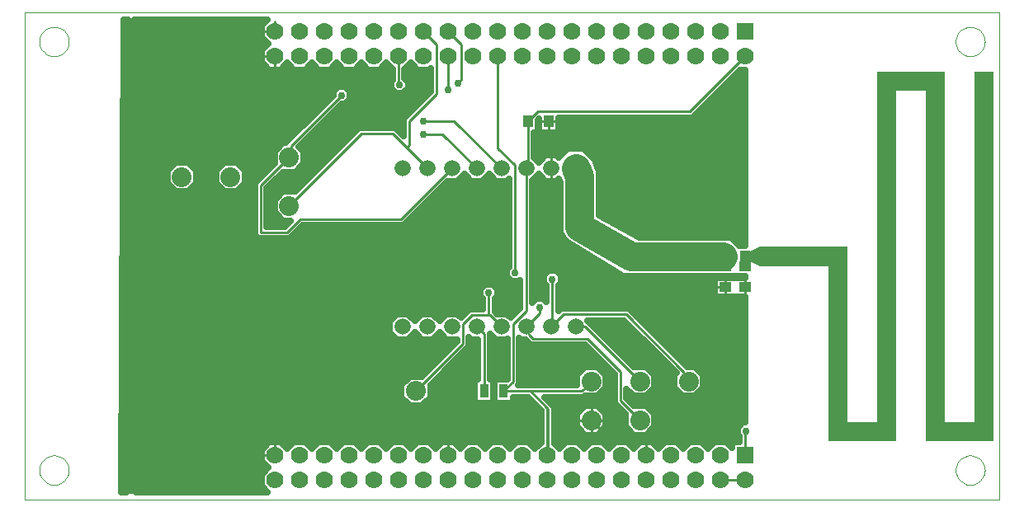
<source format=gbr>
G04 PROTEUS GERBER X2 FILE*
%TF.GenerationSoftware,Labcenter,Proteus,8.16-SP3-Build36097*%
%TF.CreationDate,2025-11-07T09:33:48+00:00*%
%TF.FileFunction,Copper,L1,Top*%
%TF.FilePolarity,Positive*%
%TF.Part,Single*%
%TF.SameCoordinates,{ab98911b-3f69-4870-a6fc-6ca9eaabf26d}*%
%FSLAX45Y45*%
%MOMM*%
G01*
%TA.AperFunction,Conductor*%
%ADD10C,0.254000*%
%ADD11C,2.979420*%
%TA.AperFunction,ViaPad*%
%ADD12C,0.762000*%
%TA.AperFunction,Conductor*%
%ADD13C,0.635000*%
%TA.AperFunction,WasherPad*%
%ADD14R,1.173790X1.173790*%
%TA.AperFunction,ComponentPad*%
%ADD15C,1.660000*%
%TA.AperFunction,SMDPad,CuDef*%
%ADD16R,1.016000X1.270000*%
%TA.AperFunction,ComponentPad*%
%ADD17C,2.032000*%
%TA.AperFunction,SMDPad,CuDef*%
%ADD18R,0.939800X1.447800*%
%ADD19R,1.270000X1.016000*%
%ADD70R,0.700000X1.000000*%
%AMPPAD011*
4,1,20,
-0.500000,0.500000,
0.500000,1.000000,
9.500000,1.000000,
9.500000,-17.000000,
12.500000,-17.000000,
12.500000,19.000000,
19.500000,19.000000,
19.500000,-17.000000,
22.500000,-17.000000,
22.500000,19.000000,
24.500000,19.000000,
24.500000,-19.000000,
17.500000,-19.000000,
17.500000,17.000000,
14.500000,17.000000,
14.500000,-19.000000,
7.500000,-19.000000,
7.500000,-1.000000,
0.500000,-1.000000,
-0.500000,-0.500000,
-0.500000,0.500000,
0*%
%ADD71PPAD011*%
%TA.AperFunction,ComponentPad*%
%ADD20R,1.778000X1.778000*%
%ADD21C,1.778000*%
%TA.AperFunction,Profile*%
%ADD22C,0.101600*%
%TD.AperFunction*%
%TA.AperFunction,Conductor*%
G36*
X+7400000Y+2613029D02*
X+7337692Y+2613029D01*
X+7252221Y+2698500D01*
X+6312221Y+2698500D01*
X+5898500Y+2927048D01*
X+5898500Y+3372334D01*
X+5858500Y+3492221D01*
X+5742221Y+3608500D01*
X+5577779Y+3608500D01*
X+5486351Y+3517072D01*
X+5460895Y+3542529D01*
X+5351105Y+3542529D01*
X+5279000Y+3470424D01*
X+5232229Y+3517195D01*
X+5232229Y+3776971D01*
X+5270329Y+3776971D01*
X+5270329Y+3902325D01*
X+5283031Y+3915027D01*
X+5283031Y+3776971D01*
X+5483689Y+3776971D01*
X+5483689Y+3927772D01*
X+6856656Y+3927772D01*
X+7349575Y+4420691D01*
X+7400000Y+4420691D01*
X+7400000Y+2613029D01*
G37*
%TD.AperFunction*%
%LPC*%
G36*
X+7300800Y+4221042D02*
X+7300800Y+4178958D01*
X+7271842Y+4150000D01*
X+7300800Y+4121042D01*
X+7300800Y+4078958D01*
X+7271842Y+4050000D01*
X+7300800Y+4021042D01*
X+7300800Y+3978958D01*
X+7271842Y+3950000D01*
X+7300800Y+3921042D01*
X+7300800Y+3878958D01*
X+7271842Y+3850000D01*
X+7300800Y+3821042D01*
X+7300800Y+3778958D01*
X+7271842Y+3750000D01*
X+7300800Y+3721042D01*
X+7300800Y+3678958D01*
X+7271842Y+3650000D01*
X+7300800Y+3621042D01*
X+7300800Y+3578958D01*
X+7271842Y+3550000D01*
X+7300800Y+3521042D01*
X+7300800Y+3478958D01*
X+7271842Y+3450000D01*
X+7300800Y+3421042D01*
X+7300800Y+3378958D01*
X+7271842Y+3350000D01*
X+7300800Y+3321042D01*
X+7300800Y+3278958D01*
X+7271842Y+3250000D01*
X+7300800Y+3221042D01*
X+7300800Y+3178958D01*
X+7271842Y+3150000D01*
X+7300800Y+3121042D01*
X+7300800Y+3078958D01*
X+7271842Y+3050000D01*
X+7300800Y+3021042D01*
X+7300800Y+2978958D01*
X+7271842Y+2950000D01*
X+7300800Y+2921042D01*
X+7300800Y+2878958D01*
X+7271842Y+2850000D01*
X+7300800Y+2821042D01*
X+7300800Y+2778958D01*
X+7271042Y+2749200D01*
X+7228958Y+2749200D01*
X+7199200Y+2778958D01*
X+7199200Y+2821042D01*
X+7228158Y+2850000D01*
X+7199200Y+2878958D01*
X+7199200Y+2921042D01*
X+7228158Y+2950000D01*
X+7199200Y+2978958D01*
X+7199200Y+3021042D01*
X+7228158Y+3050000D01*
X+7199200Y+3078958D01*
X+7199200Y+3121042D01*
X+7228158Y+3150000D01*
X+7199200Y+3178958D01*
X+7199200Y+3221042D01*
X+7228158Y+3250000D01*
X+7199200Y+3278958D01*
X+7199200Y+3321042D01*
X+7228158Y+3350000D01*
X+7199200Y+3378958D01*
X+7199200Y+3421042D01*
X+7228158Y+3450000D01*
X+7199200Y+3478958D01*
X+7199200Y+3521042D01*
X+7228158Y+3550000D01*
X+7199200Y+3578958D01*
X+7199200Y+3621042D01*
X+7228158Y+3650000D01*
X+7199200Y+3678958D01*
X+7199200Y+3721042D01*
X+7228158Y+3750000D01*
X+7199200Y+3778958D01*
X+7199200Y+3821042D01*
X+7228158Y+3850000D01*
X+7199200Y+3878958D01*
X+7199200Y+3921042D01*
X+7228158Y+3950000D01*
X+7199200Y+3978958D01*
X+7199200Y+4021042D01*
X+7228158Y+4050000D01*
X+7199200Y+4078958D01*
X+7199200Y+4121042D01*
X+7228158Y+4150000D01*
X+7199200Y+4178958D01*
X+7199200Y+4221042D01*
X+7228958Y+4250800D01*
X+7271042Y+4250800D01*
X+7300800Y+4221042D01*
G37*
%LPD*%
%TA.AperFunction,Conductor*%
G36*
X+2435571Y+4870459D02*
X+2435571Y+4755781D01*
X+2505232Y+4686120D01*
X+2435571Y+4616459D01*
X+2435571Y+4501781D01*
X+2516661Y+4420691D01*
X+2631339Y+4420691D01*
X+2701000Y+4490352D01*
X+2770661Y+4420691D01*
X+2885339Y+4420691D01*
X+2955000Y+4490352D01*
X+3024661Y+4420691D01*
X+3139339Y+4420691D01*
X+3209000Y+4490352D01*
X+3278661Y+4420691D01*
X+3393339Y+4420691D01*
X+3463000Y+4490352D01*
X+3532661Y+4420691D01*
X+3647339Y+4420691D01*
X+3717000Y+4490352D01*
X+3781771Y+4425581D01*
X+3781771Y+4316628D01*
X+3765551Y+4300408D01*
X+3765551Y+4227814D01*
X+3816883Y+4176482D01*
X+3889477Y+4176482D01*
X+3940809Y+4227814D01*
X+3940809Y+4300408D01*
X+3906229Y+4334988D01*
X+3906229Y+4425581D01*
X+3971000Y+4490352D01*
X+4040661Y+4420691D01*
X+4155339Y+4420691D01*
X+4170332Y+4435684D01*
X+4170332Y+4197497D01*
X+3893371Y+3920536D01*
X+3893371Y+3740633D01*
X+3806775Y+3827229D01*
X+3439224Y+3827229D01*
X+3402771Y+3790775D01*
X+2782862Y+3170866D01*
X+2782600Y+3171129D01*
X+2657400Y+3171129D01*
X+2568871Y+3082600D01*
X+2568871Y+2957400D01*
X+2657400Y+2868871D01*
X+2730867Y+2868871D01*
X+2674225Y+2812229D01*
X+2492229Y+2812229D01*
X+2492229Y+3204225D01*
X+2657137Y+3369133D01*
X+2657400Y+3368871D01*
X+2782600Y+3368871D01*
X+2871129Y+3457400D01*
X+2871129Y+3582600D01*
X+2821647Y+3632082D01*
X+3259456Y+4069891D01*
X+3295378Y+4069891D01*
X+3346710Y+4121223D01*
X+3346710Y+4193817D01*
X+3295378Y+4245149D01*
X+3222784Y+4245149D01*
X+3171452Y+4193817D01*
X+3171452Y+4157895D01*
X+2684686Y+3671129D01*
X+2657400Y+3671129D01*
X+2568871Y+3582600D01*
X+2568871Y+3457400D01*
X+2569133Y+3457137D01*
X+2367771Y+3255775D01*
X+2367771Y+2724225D01*
X+2404225Y+2687771D01*
X+2725775Y+2687771D01*
X+2860744Y+2822740D01*
X+3890744Y+2822740D01*
X+4345475Y+3277471D01*
X+4444895Y+3277471D01*
X+4517000Y+3349576D01*
X+4589105Y+3277471D01*
X+4698895Y+3277471D01*
X+4771000Y+3349576D01*
X+4843105Y+3277471D01*
X+4952895Y+3277471D01*
X+4973601Y+3298177D01*
X+4973601Y+2392421D01*
X+4952371Y+2371191D01*
X+4952371Y+2298597D01*
X+5003703Y+2247265D01*
X+5076297Y+2247265D01*
X+5089771Y+2260739D01*
X+5089771Y+1969662D01*
X+4993266Y+1873157D01*
X+4952895Y+1913529D01*
X+4853475Y+1913529D01*
X+4832229Y+1934776D01*
X+4832229Y+2068303D01*
X+4857629Y+2093703D01*
X+4857629Y+2166297D01*
X+4806297Y+2217629D01*
X+4733703Y+2217629D01*
X+4682371Y+2166297D01*
X+4682371Y+2093703D01*
X+4707771Y+2068303D01*
X+4707771Y+1961738D01*
X+4571766Y+1961738D01*
X+4484226Y+1874198D01*
X+4444895Y+1913529D01*
X+4335105Y+1913529D01*
X+4263000Y+1841424D01*
X+4190895Y+1913529D01*
X+4081105Y+1913529D01*
X+4009000Y+1841424D01*
X+3936895Y+1913529D01*
X+3827105Y+1913529D01*
X+3749471Y+1835895D01*
X+3749471Y+1726105D01*
X+3827105Y+1648471D01*
X+3936895Y+1648471D01*
X+4009000Y+1720576D01*
X+4081105Y+1648471D01*
X+4190895Y+1648471D01*
X+4263000Y+1720576D01*
X+4335105Y+1648471D01*
X+4441341Y+1648471D01*
X+4441341Y+1629345D01*
X+4082862Y+1270866D01*
X+4082600Y+1271129D01*
X+3957400Y+1271129D01*
X+3868871Y+1182600D01*
X+3868871Y+1057400D01*
X+3957400Y+968871D01*
X+4082600Y+968871D01*
X+4171129Y+1057400D01*
X+4171129Y+1182600D01*
X+4170866Y+1182862D01*
X+4565799Y+1577795D01*
X+4565799Y+1671777D01*
X+4589105Y+1648471D01*
X+4657771Y+1648471D01*
X+4657771Y+1241919D01*
X+4623481Y+1241919D01*
X+4623481Y+998081D01*
X+4816519Y+998081D01*
X+4816519Y+1241919D01*
X+4782229Y+1241919D01*
X+4782229Y+1709347D01*
X+4843105Y+1648471D01*
X+4952895Y+1648471D01*
X+4957771Y+1653347D01*
X+4957771Y+1245775D01*
X+4953915Y+1241919D01*
X+4823481Y+1241919D01*
X+4823481Y+998081D01*
X+5016519Y+998081D01*
X+5016519Y+1057771D01*
X+5168596Y+1057771D01*
X+5305771Y+920596D01*
X+5305771Y+593539D01*
X+5241000Y+528768D01*
X+5171339Y+598429D01*
X+5056661Y+598429D01*
X+4987000Y+528768D01*
X+4917339Y+598429D01*
X+4802661Y+598429D01*
X+4733000Y+528768D01*
X+4663339Y+598429D01*
X+4548661Y+598429D01*
X+4479000Y+528768D01*
X+4409339Y+598429D01*
X+4294661Y+598429D01*
X+4225000Y+528768D01*
X+4155339Y+598429D01*
X+4040661Y+598429D01*
X+3971000Y+528768D01*
X+3901339Y+598429D01*
X+3786661Y+598429D01*
X+3717000Y+528768D01*
X+3647339Y+598429D01*
X+3532661Y+598429D01*
X+3463000Y+528768D01*
X+3393339Y+598429D01*
X+3278661Y+598429D01*
X+3209000Y+528768D01*
X+3139339Y+598429D01*
X+3024661Y+598429D01*
X+2955000Y+528768D01*
X+2885339Y+598429D01*
X+2770661Y+598429D01*
X+2701000Y+528768D01*
X+2631339Y+598429D01*
X+2516661Y+598429D01*
X+2435571Y+517339D01*
X+2435571Y+402661D01*
X+2505232Y+333000D01*
X+2435571Y+263339D01*
X+2435571Y+148661D01*
X+2500302Y+83930D01*
X+1150800Y+83930D01*
X+1150800Y+121042D01*
X+1121842Y+150000D01*
X+1150800Y+178958D01*
X+1150800Y+221042D01*
X+1121842Y+250000D01*
X+1150800Y+278958D01*
X+1150800Y+321042D01*
X+1121842Y+350000D01*
X+1150800Y+378958D01*
X+1150800Y+421042D01*
X+1121842Y+450000D01*
X+1150800Y+478958D01*
X+1150800Y+521042D01*
X+1121842Y+550000D01*
X+1150800Y+578958D01*
X+1150800Y+621042D01*
X+1121842Y+650000D01*
X+1150800Y+678958D01*
X+1150800Y+721042D01*
X+1121842Y+750000D01*
X+1150800Y+778958D01*
X+1150800Y+821042D01*
X+1121842Y+850000D01*
X+1150800Y+878958D01*
X+1150800Y+921042D01*
X+1121842Y+950000D01*
X+1150800Y+978958D01*
X+1150800Y+1021042D01*
X+1121842Y+1050000D01*
X+1150800Y+1078958D01*
X+1150800Y+1121042D01*
X+1121842Y+1150000D01*
X+1150800Y+1178958D01*
X+1150800Y+1221042D01*
X+1121842Y+1250000D01*
X+1150800Y+1278958D01*
X+1150800Y+1321042D01*
X+1121842Y+1350000D01*
X+1150800Y+1378958D01*
X+1150800Y+1421042D01*
X+1121842Y+1450000D01*
X+1150800Y+1478958D01*
X+1150800Y+1521042D01*
X+1121842Y+1550000D01*
X+1150800Y+1578958D01*
X+1150800Y+1621042D01*
X+1121842Y+1650000D01*
X+1150800Y+1678958D01*
X+1150800Y+1721042D01*
X+1121842Y+1750000D01*
X+1150800Y+1778958D01*
X+1150800Y+1821042D01*
X+1121842Y+1850000D01*
X+1150800Y+1878958D01*
X+1150800Y+1921042D01*
X+1121842Y+1950000D01*
X+1150800Y+1978958D01*
X+1150800Y+2021042D01*
X+1121842Y+2050000D01*
X+1150800Y+2078958D01*
X+1150800Y+2121042D01*
X+1121842Y+2150000D01*
X+1150800Y+2178958D01*
X+1150800Y+2221042D01*
X+1121842Y+2250000D01*
X+1150800Y+2278958D01*
X+1150800Y+2321042D01*
X+1121842Y+2350000D01*
X+1150800Y+2378958D01*
X+1150800Y+2421042D01*
X+1121842Y+2450000D01*
X+1150800Y+2478958D01*
X+1150800Y+2521042D01*
X+1121842Y+2550000D01*
X+1150800Y+2578958D01*
X+1150800Y+2621042D01*
X+1121842Y+2650000D01*
X+1150800Y+2678958D01*
X+1150800Y+2721042D01*
X+1121842Y+2750000D01*
X+1150800Y+2778958D01*
X+1150800Y+2821042D01*
X+1121842Y+2850000D01*
X+1150800Y+2878958D01*
X+1150800Y+2921042D01*
X+1121842Y+2950000D01*
X+1150800Y+2978958D01*
X+1150800Y+3021042D01*
X+1121842Y+3050000D01*
X+1150800Y+3078958D01*
X+1150800Y+3121042D01*
X+1121842Y+3150000D01*
X+1150800Y+3178958D01*
X+1150800Y+3221042D01*
X+1121842Y+3250000D01*
X+1150800Y+3278958D01*
X+1150800Y+3321042D01*
X+1121842Y+3350000D01*
X+1150800Y+3378958D01*
X+1150800Y+3421042D01*
X+1121842Y+3450000D01*
X+1150800Y+3478958D01*
X+1150800Y+3521042D01*
X+1121842Y+3550000D01*
X+1150800Y+3578958D01*
X+1150800Y+3621042D01*
X+1121842Y+3650000D01*
X+1150800Y+3678958D01*
X+1150800Y+3721042D01*
X+1121842Y+3750000D01*
X+1150800Y+3778958D01*
X+1150800Y+3821042D01*
X+1121842Y+3850000D01*
X+1150800Y+3878958D01*
X+1150800Y+3921042D01*
X+1121842Y+3950000D01*
X+1150800Y+3978958D01*
X+1150800Y+4021042D01*
X+1121842Y+4050000D01*
X+1150800Y+4078958D01*
X+1150800Y+4121042D01*
X+1121842Y+4150000D01*
X+1150800Y+4178958D01*
X+1150800Y+4221042D01*
X+1121842Y+4250000D01*
X+1150800Y+4278958D01*
X+1150800Y+4321042D01*
X+1121842Y+4350000D01*
X+1150800Y+4378958D01*
X+1150800Y+4421042D01*
X+1121842Y+4450000D01*
X+1150800Y+4478958D01*
X+1150800Y+4521042D01*
X+1121842Y+4550000D01*
X+1150800Y+4578958D01*
X+1150800Y+4621042D01*
X+1121842Y+4650000D01*
X+1150800Y+4678958D01*
X+1150800Y+4721042D01*
X+1121842Y+4750000D01*
X+1150800Y+4778958D01*
X+1150800Y+4821042D01*
X+1121842Y+4850000D01*
X+1150800Y+4878958D01*
X+1150800Y+4921042D01*
X+1137772Y+4934070D01*
X+2499182Y+4934070D01*
X+2435571Y+4870459D01*
G37*
%TD.AperFunction*%
%LPC*%
G36*
X+1968871Y+3257400D02*
X+1968871Y+3382600D01*
X+2057400Y+3471129D01*
X+2182600Y+3471129D01*
X+2271129Y+3382600D01*
X+2271129Y+3257400D01*
X+2182600Y+3168871D01*
X+2057400Y+3168871D01*
X+1968871Y+3257400D01*
G37*
G36*
X+1468871Y+3257400D02*
X+1468871Y+3382600D01*
X+1557400Y+3471129D01*
X+1682600Y+3471129D01*
X+1771129Y+3382600D01*
X+1771129Y+3257400D01*
X+1682600Y+3168871D01*
X+1557400Y+3168871D01*
X+1468871Y+3257400D01*
G37*
%LPD*%
%TA.AperFunction,Conductor*%
G36*
X+5351105Y+3277471D02*
X+5460895Y+3277471D01*
X+5481729Y+3298305D01*
X+5501500Y+3269500D01*
X+5501500Y+2754048D01*
X+5505625Y+2749922D01*
X+5554130Y+2665359D01*
X+6147779Y+2301500D01*
X+7086971Y+2301500D01*
X+7086971Y+2299671D01*
X+7400000Y+2299671D01*
X+7400000Y+2286969D01*
X+7086971Y+2286969D01*
X+7086971Y+2086311D01*
X+7400000Y+2086311D01*
X+7400000Y+797629D01*
X+7373703Y+797629D01*
X+7322371Y+746297D01*
X+7322371Y+673703D01*
X+7337771Y+658303D01*
X+7337771Y+598429D01*
X+7261571Y+598429D01*
X+7261571Y+540197D01*
X+7203339Y+598429D01*
X+7088661Y+598429D01*
X+7019000Y+528768D01*
X+6949339Y+598429D01*
X+6834661Y+598429D01*
X+6765000Y+528768D01*
X+6695339Y+598429D01*
X+6580661Y+598429D01*
X+6511000Y+528768D01*
X+6441339Y+598429D01*
X+6326661Y+598429D01*
X+6257000Y+528768D01*
X+6187339Y+598429D01*
X+6072661Y+598429D01*
X+6003000Y+528768D01*
X+5933339Y+598429D01*
X+5818661Y+598429D01*
X+5749000Y+528768D01*
X+5679339Y+598429D01*
X+5564661Y+598429D01*
X+5495000Y+528768D01*
X+5440229Y+583539D01*
X+5440229Y+962146D01*
X+5430229Y+972147D01*
X+5344604Y+1057771D01*
X+5745775Y+1057771D01*
X+5757137Y+1069133D01*
X+5757400Y+1068871D01*
X+5882600Y+1068871D01*
X+5971129Y+1157400D01*
X+5971129Y+1282600D01*
X+5882600Y+1371129D01*
X+5757400Y+1371129D01*
X+5668871Y+1282600D01*
X+5668871Y+1182229D01*
X+5070233Y+1182229D01*
X+5082229Y+1194225D01*
X+5082229Y+1663346D01*
X+5097105Y+1648471D01*
X+5145739Y+1648471D01*
X+5196556Y+1597654D01*
X+5754342Y+1597654D01*
X+6057771Y+1294225D01*
X+6057771Y+994225D01*
X+6169133Y+882862D01*
X+6168871Y+882600D01*
X+6168871Y+757400D01*
X+6257400Y+668871D01*
X+6382600Y+668871D01*
X+6471129Y+757400D01*
X+6471129Y+882600D01*
X+6382600Y+971129D01*
X+6257400Y+971129D01*
X+6257137Y+970866D01*
X+6182229Y+1045775D01*
X+6182229Y+1144042D01*
X+6257400Y+1068871D01*
X+6382600Y+1068871D01*
X+6471129Y+1157400D01*
X+6471129Y+1282600D01*
X+6382600Y+1371129D01*
X+6257400Y+1371129D01*
X+6257137Y+1370866D01*
X+5792529Y+1835475D01*
X+5792529Y+1835895D01*
X+5783267Y+1845157D01*
X+6153124Y+1845157D01*
X+6692275Y+1306004D01*
X+6668871Y+1282600D01*
X+6668871Y+1157400D01*
X+6757400Y+1068871D01*
X+6882600Y+1068871D01*
X+6971129Y+1157400D01*
X+6971129Y+1282600D01*
X+6882600Y+1371129D01*
X+6803160Y+1371129D01*
X+6204674Y+1969615D01*
X+5506611Y+1969615D01*
X+5482229Y+1945233D01*
X+5482229Y+2208303D01*
X+5507629Y+2233703D01*
X+5507629Y+2306297D01*
X+5456297Y+2357629D01*
X+5383703Y+2357629D01*
X+5332371Y+2306297D01*
X+5332371Y+2233703D01*
X+5357771Y+2208303D01*
X+5357771Y+2033913D01*
X+5323106Y+2068578D01*
X+5250512Y+2068578D01*
X+5214228Y+2032294D01*
X+5214228Y+3284804D01*
X+5279000Y+3349576D01*
X+5351105Y+3277471D01*
G37*
%TD.AperFunction*%
%LPC*%
G36*
X+5668871Y+757400D02*
X+5668871Y+882600D01*
X+5757400Y+971129D01*
X+5882600Y+971129D01*
X+5971129Y+882600D01*
X+5971129Y+757400D01*
X+5882600Y+668871D01*
X+5757400Y+668871D01*
X+5668871Y+757400D01*
G37*
G36*
X+7149200Y+758958D02*
X+7149200Y+801042D01*
X+7178958Y+830800D01*
X+7221042Y+830800D01*
X+7250800Y+801042D01*
X+7250800Y+758958D01*
X+7221042Y+729200D01*
X+7178958Y+729200D01*
X+7149200Y+758958D01*
G37*
G36*
X+7250800Y+2021042D02*
X+7250800Y+1978958D01*
X+7221842Y+1950000D01*
X+7250800Y+1921042D01*
X+7250800Y+1878958D01*
X+7221842Y+1850000D01*
X+7250800Y+1821042D01*
X+7250800Y+1778958D01*
X+7221842Y+1750000D01*
X+7250800Y+1721042D01*
X+7250800Y+1678958D01*
X+7221842Y+1650000D01*
X+7250800Y+1621042D01*
X+7250800Y+1578958D01*
X+7221842Y+1550000D01*
X+7250800Y+1521042D01*
X+7250800Y+1478958D01*
X+7221842Y+1450000D01*
X+7250800Y+1421042D01*
X+7250800Y+1378958D01*
X+7221842Y+1350000D01*
X+7250800Y+1321042D01*
X+7250800Y+1278958D01*
X+7221842Y+1250000D01*
X+7250800Y+1221042D01*
X+7250800Y+1178958D01*
X+7221842Y+1150000D01*
X+7250800Y+1121042D01*
X+7250800Y+1078958D01*
X+7221842Y+1050000D01*
X+7250800Y+1021042D01*
X+7250800Y+978958D01*
X+7221842Y+950000D01*
X+7250800Y+921042D01*
X+7250800Y+878958D01*
X+7221042Y+849200D01*
X+7178958Y+849200D01*
X+7149200Y+878958D01*
X+7149200Y+921042D01*
X+7178158Y+950000D01*
X+7149200Y+978958D01*
X+7149200Y+1021042D01*
X+7178158Y+1050000D01*
X+7149200Y+1078958D01*
X+7149200Y+1121042D01*
X+7178158Y+1150000D01*
X+7149200Y+1178958D01*
X+7149200Y+1221042D01*
X+7178158Y+1250000D01*
X+7149200Y+1278958D01*
X+7149200Y+1321042D01*
X+7178158Y+1350000D01*
X+7149200Y+1378958D01*
X+7149200Y+1421042D01*
X+7178158Y+1450000D01*
X+7149200Y+1478958D01*
X+7149200Y+1521042D01*
X+7178158Y+1550000D01*
X+7149200Y+1578958D01*
X+7149200Y+1621042D01*
X+7178158Y+1650000D01*
X+7149200Y+1678958D01*
X+7149200Y+1721042D01*
X+7178158Y+1750000D01*
X+7149200Y+1778958D01*
X+7149200Y+1821042D01*
X+7178158Y+1850000D01*
X+7149200Y+1878958D01*
X+7149200Y+1921042D01*
X+7178158Y+1950000D01*
X+7149200Y+1978958D01*
X+7149200Y+2021042D01*
X+7178958Y+2050800D01*
X+7221042Y+2050800D01*
X+7250800Y+2021042D01*
G37*
%LPD*%
%TA.AperFunction,Conductor*%
G36*
X+1049200Y+4921042D02*
X+1049200Y+4878958D01*
X+1078158Y+4850000D01*
X+1049200Y+4821042D01*
X+1049200Y+4778958D01*
X+1078158Y+4750000D01*
X+1049200Y+4721042D01*
X+1049200Y+4678958D01*
X+1078158Y+4650000D01*
X+1049200Y+4621042D01*
X+1049200Y+4578958D01*
X+1078158Y+4550000D01*
X+1049200Y+4521042D01*
X+1049200Y+4478958D01*
X+1078158Y+4450000D01*
X+1049200Y+4421042D01*
X+1049200Y+4378958D01*
X+1078158Y+4350000D01*
X+1049200Y+4321042D01*
X+1049200Y+4278958D01*
X+1078158Y+4250000D01*
X+1049200Y+4221042D01*
X+1049200Y+4178958D01*
X+1078158Y+4150000D01*
X+1049200Y+4121042D01*
X+1049200Y+4078958D01*
X+1078158Y+4050000D01*
X+1049200Y+4021042D01*
X+1049200Y+3978958D01*
X+1078158Y+3950000D01*
X+1049200Y+3921042D01*
X+1049200Y+3878958D01*
X+1078158Y+3850000D01*
X+1049200Y+3821042D01*
X+1049200Y+3778958D01*
X+1078158Y+3750000D01*
X+1049200Y+3721042D01*
X+1049200Y+3678958D01*
X+1078158Y+3650000D01*
X+1049200Y+3621042D01*
X+1049200Y+3578958D01*
X+1078158Y+3550000D01*
X+1049200Y+3521042D01*
X+1049200Y+3478958D01*
X+1078158Y+3450000D01*
X+1049200Y+3421042D01*
X+1049200Y+3378958D01*
X+1078158Y+3350000D01*
X+1049200Y+3321042D01*
X+1049200Y+3278958D01*
X+1078158Y+3250000D01*
X+1049200Y+3221042D01*
X+1049200Y+3178958D01*
X+1078158Y+3150000D01*
X+1049200Y+3121042D01*
X+1049200Y+3078958D01*
X+1078158Y+3050000D01*
X+1049200Y+3021042D01*
X+1049200Y+2978958D01*
X+1078158Y+2950000D01*
X+1049200Y+2921042D01*
X+1049200Y+2878958D01*
X+1078158Y+2850000D01*
X+1049200Y+2821042D01*
X+1049200Y+2778958D01*
X+1078158Y+2750000D01*
X+1049200Y+2721042D01*
X+1049200Y+2678958D01*
X+1078158Y+2650000D01*
X+1049200Y+2621042D01*
X+1049200Y+2578958D01*
X+1078158Y+2550000D01*
X+1049200Y+2521042D01*
X+1049200Y+2478958D01*
X+1078158Y+2450000D01*
X+1049200Y+2421042D01*
X+1049200Y+2378958D01*
X+1078158Y+2350000D01*
X+1049200Y+2321042D01*
X+1049200Y+2278958D01*
X+1078158Y+2250000D01*
X+1049200Y+2221042D01*
X+1049200Y+2178958D01*
X+1078158Y+2150000D01*
X+1049200Y+2121042D01*
X+1049200Y+2078958D01*
X+1078158Y+2050000D01*
X+1049200Y+2021042D01*
X+1049200Y+1978958D01*
X+1078158Y+1950000D01*
X+1049200Y+1921042D01*
X+1049200Y+1878958D01*
X+1078158Y+1850000D01*
X+1049200Y+1821042D01*
X+1049200Y+1778958D01*
X+1078158Y+1750000D01*
X+1049200Y+1721042D01*
X+1049200Y+1678958D01*
X+1078158Y+1650000D01*
X+1049200Y+1621042D01*
X+1049200Y+1578958D01*
X+1078158Y+1550000D01*
X+1049200Y+1521042D01*
X+1049200Y+1478958D01*
X+1078158Y+1450000D01*
X+1049200Y+1421042D01*
X+1049200Y+1378958D01*
X+1078158Y+1350000D01*
X+1049200Y+1321042D01*
X+1049200Y+1278958D01*
X+1078158Y+1250000D01*
X+1049200Y+1221042D01*
X+1049200Y+1178958D01*
X+1078158Y+1150000D01*
X+1049200Y+1121042D01*
X+1049200Y+1078958D01*
X+1078158Y+1050000D01*
X+1049200Y+1021042D01*
X+1049200Y+978958D01*
X+1078158Y+950000D01*
X+1049200Y+921042D01*
X+1049200Y+878958D01*
X+1078158Y+850000D01*
X+1049200Y+821042D01*
X+1049200Y+778958D01*
X+1078158Y+750000D01*
X+1049200Y+721042D01*
X+1049200Y+678958D01*
X+1078158Y+650000D01*
X+1049200Y+621042D01*
X+1049200Y+578958D01*
X+1078158Y+550000D01*
X+1049200Y+521042D01*
X+1049200Y+478958D01*
X+1078158Y+450000D01*
X+1049200Y+421042D01*
X+1049200Y+378958D01*
X+1078158Y+350000D01*
X+1049200Y+321042D01*
X+1049200Y+278958D01*
X+1078158Y+250000D01*
X+1049200Y+221042D01*
X+1049200Y+178958D01*
X+1078158Y+150000D01*
X+1049200Y+121042D01*
X+1049200Y+83930D01*
X+1000339Y+83930D01*
X+1019923Y+4934070D01*
X+1062228Y+4934070D01*
X+1049200Y+4921042D01*
G37*
%TD.AperFunction*%
D10*
X+4720000Y+1120000D02*
X+4720000Y+1705000D01*
X+4644000Y+1781000D01*
X+5194371Y+1120000D02*
X+5720000Y+1120000D01*
X+5820000Y+1220000D01*
X+5406000Y+1781000D02*
X+5532386Y+1907386D01*
X+6178899Y+1907386D01*
X+6764685Y+1321600D01*
X+6820000Y+1220000D01*
X+6320000Y+1220000D02*
X+5759000Y+1781000D01*
X+5660000Y+1781000D01*
X+6320000Y+820000D02*
X+6120000Y+1020000D01*
X+6120000Y+1320000D01*
X+5780117Y+1659883D01*
X+5222331Y+1659883D01*
X+5184214Y+1698000D01*
X+5152000Y+1781000D01*
X+5152000Y+3410000D02*
X+5152000Y+1943887D01*
X+5020000Y+1811887D01*
X+5020000Y+1220000D01*
X+4920000Y+1120000D01*
X+4898000Y+3410000D02*
X+4413274Y+3894726D01*
X+4100000Y+3894726D01*
X+4644000Y+3410000D02*
X+4294602Y+3759398D01*
X+4100000Y+3759398D01*
X+2720000Y+3020000D02*
X+3465000Y+3765000D01*
X+4390000Y+3410000D02*
X+3864969Y+2884969D01*
X+2834969Y+2884969D01*
X+2700000Y+2750000D01*
X+2430000Y+2750000D01*
X+2430000Y+3230000D01*
X+2720000Y+3520000D01*
X+5368000Y+460000D02*
X+5368000Y+946371D01*
X+5194371Y+1120000D01*
X+4966990Y+1120000D01*
X+4920000Y+1120000D01*
X+5378000Y+470000D02*
X+5378000Y+936371D01*
X+5368000Y+946371D01*
X+5194371Y+1120000D02*
X+4966990Y+1120000D01*
X+4920000Y+1120000D01*
X+7146000Y+206000D02*
X+7365266Y+206000D01*
X+7372435Y+198831D01*
X+7400000Y+206000D01*
X+7400000Y+450000D02*
X+7400000Y+460000D01*
X+7400000Y+700000D01*
X+7410000Y+710000D01*
X+3928000Y+3618000D02*
X+4143390Y+3402610D01*
X+4155797Y+3402610D01*
X+4136000Y+3410000D01*
X+3928000Y+3618000D01*
X+3781000Y+3765000D01*
X+3465000Y+3765000D01*
X+4770000Y+2130000D02*
X+4770000Y+1909000D01*
X+4779491Y+1899509D01*
X+4898000Y+1781000D01*
X+4020000Y+1120000D02*
X+4503570Y+1603570D01*
X+4503570Y+1805538D01*
X+4597541Y+1899509D01*
X+4779491Y+1899509D01*
X+5420000Y+2270000D02*
X+5420000Y+1830691D01*
X+5407027Y+1817718D01*
X+5406000Y+1781000D01*
X+5152000Y+1781000D02*
X+5286809Y+1915809D01*
X+5286809Y+1980949D01*
X+4098000Y+4813120D02*
X+4232560Y+4678560D01*
X+4232560Y+4171721D01*
X+3955600Y+3894761D01*
X+3955600Y+3645600D01*
X+3928000Y+3618000D01*
X+4352000Y+4559120D02*
X+4352000Y+4211917D01*
X+4351823Y+4211740D01*
X+3844000Y+4559120D02*
X+3844000Y+4273291D01*
X+3853180Y+4264111D01*
X+4860000Y+4559120D02*
X+4860000Y+3615977D01*
X+5035830Y+3440147D01*
X+5035830Y+2339064D01*
X+5040000Y+2334894D01*
X+4352000Y+4813120D02*
X+4485288Y+4679832D01*
X+4485288Y+4320180D01*
X+4450555Y+4285447D01*
X+3259081Y+4157520D02*
X+2741905Y+3640344D01*
X+2741905Y+3621600D01*
X+2720000Y+3520000D01*
X+5152000Y+3410000D02*
X+5170000Y+3428000D01*
X+5170000Y+3890000D01*
X+7400000Y+4559120D02*
X+6830880Y+3990000D01*
X+5270000Y+3990000D01*
X+5170000Y+3890000D01*
X+1100000Y+4800000D02*
X+1100000Y+4700000D01*
X+1100000Y+4600000D02*
X+1100000Y+4500000D01*
X+1100000Y+4400000D02*
X+1100000Y+4300000D01*
X+1100000Y+4200000D02*
X+1100000Y+4100000D01*
X+1100000Y+4000000D02*
X+1100000Y+3900000D01*
X+1100000Y+3800000D02*
X+1100000Y+3700000D01*
X+1100000Y+3600000D02*
X+1100000Y+3500000D01*
X+1100000Y+3400000D02*
X+1100000Y+3300000D01*
X+1100000Y+3200000D02*
X+1100000Y+3100000D01*
X+1100000Y+3000000D02*
X+1100000Y+2900000D01*
X+1100000Y+2800000D02*
X+1100000Y+2700000D01*
X+1100000Y+2600000D02*
X+1100000Y+2500000D01*
X+1100000Y+2400000D02*
X+1100000Y+2300000D01*
X+1100000Y+2200000D02*
X+1100000Y+2100000D01*
X+1100000Y+2000000D02*
X+1100000Y+1900000D01*
X+1100000Y+1800000D02*
X+1100000Y+1700000D01*
X+1100000Y+1600000D02*
X+1100000Y+1500000D01*
X+1100000Y+1400000D02*
X+1100000Y+1300000D01*
X+1100000Y+1200000D02*
X+1100000Y+1100000D01*
X+1100000Y+1000000D02*
X+1100000Y+900000D01*
X+1100000Y+800000D02*
X+1100000Y+700000D01*
X+1100000Y+600000D02*
X+1100000Y+500000D01*
X+1100000Y+400000D02*
X+1100000Y+300000D01*
X+1100000Y+200000D02*
X+1100000Y+100000D01*
X+7429319Y+2496594D02*
X+7430000Y+2500000D01*
X+7430298Y+2495615D02*
X+7430000Y+2500000D01*
X+7429319Y+2496594D02*
X+7430298Y+2495615D01*
X+7400000Y+2500000D02*
X+7425921Y+2493202D01*
X+7435124Y+2490789D01*
X+7430000Y+2500000D01*
X+7430298Y+2495615D02*
X+7435124Y+2490789D01*
X+7400000Y+2400000D02*
X+7400000Y+2450000D01*
X+7425921Y+2493202D01*
X+7430000Y+2500000D01*
X+7200000Y+2400000D02*
X+7186640Y+2500000D01*
D11*
X+6230000Y+2500000D02*
X+7170000Y+2500000D01*
D10*
X+7186640Y+2500000D02*
X+7135840Y+2506079D01*
X+6250000Y+2590000D01*
X+5700000Y+2836269D01*
X+5580000Y+2890000D01*
X+5644740Y+3327000D01*
X+5660000Y+3410000D01*
D11*
X+5700000Y+3327000D01*
X+5700000Y+2836269D01*
X+5700000Y+2810000D01*
X+6230000Y+2500000D01*
D10*
X+5383360Y+3890000D02*
X+7250000Y+3900000D01*
X+7250000Y+4000000D02*
X+7250000Y+4100000D01*
X+7250000Y+3900000D02*
X+7250000Y+3800000D01*
X+7250000Y+3700000D02*
X+7250000Y+3600000D01*
X+7250000Y+3500000D02*
X+7250000Y+3400000D01*
X+7250000Y+3300000D02*
X+7250000Y+3200000D01*
X+7250000Y+3100000D02*
X+7250000Y+3000000D01*
X+7250000Y+2900000D02*
X+7250000Y+2800000D01*
X+5820000Y+820000D02*
X+5990000Y+650000D01*
X+7200000Y+650000D01*
X+7200000Y+780000D01*
X+7200000Y+900000D02*
X+7200000Y+1000000D01*
X+7200000Y+1100000D02*
X+7200000Y+1200000D01*
X+7200000Y+1300000D02*
X+7200000Y+1400000D01*
X+7200000Y+1500000D02*
X+7200000Y+1600000D01*
X+7200000Y+1700000D02*
X+7200000Y+1800000D01*
X+7200000Y+1900000D02*
X+7200000Y+2000000D01*
D12*
X+4100000Y+3894726D03*
X+4100000Y+3759398D03*
X+7410000Y+710000D03*
X+4351823Y+4211740D03*
X+4770000Y+2130000D03*
X+3853180Y+4264111D03*
X+5040000Y+2334894D03*
X+5420000Y+2270000D03*
X+5286809Y+1980949D03*
X+4450555Y+4285447D03*
X+3259081Y+4157520D03*
X+1100000Y+4900000D03*
X+1100000Y+4800000D03*
X+1100000Y+4700000D03*
X+1100000Y+4600000D03*
X+1100000Y+4500000D03*
X+1100000Y+4400000D03*
X+1100000Y+4300000D03*
X+1100000Y+4200000D03*
X+1100000Y+4100000D03*
X+1100000Y+4000000D03*
X+1100000Y+3900000D03*
X+1100000Y+3800000D03*
X+1100000Y+3700000D03*
X+1100000Y+3600000D03*
X+1100000Y+3500000D03*
X+1100000Y+3400000D03*
X+1100000Y+3300000D03*
X+1100000Y+3200000D03*
X+1100000Y+3100000D03*
X+1100000Y+3000000D03*
X+1100000Y+2900000D03*
X+1100000Y+2800000D03*
X+1100000Y+2700000D03*
X+1100000Y+2600000D03*
X+1100000Y+2500000D03*
X+1100000Y+2400000D03*
X+1100000Y+2300000D03*
X+1100000Y+2200000D03*
X+1100000Y+2100000D03*
X+1100000Y+2000000D03*
X+1100000Y+1900000D03*
X+1100000Y+1800000D03*
X+1100000Y+1700000D03*
X+1100000Y+1600000D03*
X+1100000Y+1500000D03*
X+1100000Y+1400000D03*
X+1100000Y+1300000D03*
X+1100000Y+1200000D03*
X+1100000Y+1100000D03*
X+1100000Y+1000000D03*
X+1100000Y+900000D03*
X+1100000Y+800000D03*
X+1100000Y+700000D03*
X+1100000Y+600000D03*
X+1100000Y+500000D03*
X+1100000Y+400000D03*
X+1100000Y+300000D03*
X+1100000Y+200000D03*
X+1100000Y+100000D03*
X+7250000Y+3900000D03*
X+7250000Y+4000000D03*
X+7250000Y+4100000D03*
X+7250000Y+4200000D03*
X+7250000Y+3800000D03*
X+7250000Y+3700000D03*
X+7250000Y+3600000D03*
X+7250000Y+3500000D03*
X+7250000Y+3400000D03*
X+7250000Y+3300000D03*
X+7250000Y+3200000D03*
X+7250000Y+3100000D03*
X+7250000Y+3000000D03*
X+7250000Y+2900000D03*
X+7250000Y+2800000D03*
X+7200000Y+780000D03*
X+7200000Y+900000D03*
X+7200000Y+1000000D03*
X+7200000Y+1100000D03*
X+7200000Y+1200000D03*
X+7200000Y+1300000D03*
X+7200000Y+1400000D03*
X+7200000Y+1500000D03*
X+7200000Y+1600000D03*
X+7200000Y+1700000D03*
X+7200000Y+1800000D03*
X+7200000Y+1900000D03*
X+7200000Y+2000000D03*
D13*
X+7400000Y+2613029D02*
X+7337692Y+2613029D01*
X+7252221Y+2698500D01*
X+6312221Y+2698500D01*
X+5898500Y+2927048D01*
X+5898500Y+3372334D01*
X+5858500Y+3492221D01*
X+5742221Y+3608500D01*
X+5577779Y+3608500D01*
X+5486351Y+3517072D01*
X+5460895Y+3542529D01*
X+5351105Y+3542529D01*
X+5279000Y+3470424D01*
X+5232229Y+3517195D01*
X+5232229Y+3776971D01*
X+5270329Y+3776971D01*
X+5270329Y+3902325D01*
X+5283031Y+3915027D01*
X+5283031Y+3776971D01*
X+5483689Y+3776971D01*
X+5483689Y+3927772D01*
X+6856656Y+3927772D01*
X+7349575Y+4420691D01*
X+7400000Y+4420691D01*
X+7400000Y+2613029D01*
X+7300800Y+4221042D02*
X+7300800Y+4178958D01*
X+7271842Y+4150000D01*
X+7300800Y+4121042D01*
X+7300800Y+4078958D01*
X+7271842Y+4050000D01*
X+7300800Y+4021042D01*
X+7300800Y+3978958D01*
X+7271842Y+3950000D01*
X+7300800Y+3921042D01*
X+7300800Y+3878958D01*
X+7271842Y+3850000D01*
X+7300800Y+3821042D01*
X+7300800Y+3778958D01*
X+7271842Y+3750000D01*
X+7300800Y+3721042D01*
X+7300800Y+3678958D01*
X+7271842Y+3650000D01*
X+7300800Y+3621042D01*
X+7300800Y+3578958D01*
X+7271842Y+3550000D01*
X+7300800Y+3521042D01*
X+7300800Y+3478958D01*
X+7271842Y+3450000D01*
X+7300800Y+3421042D01*
X+7300800Y+3378958D01*
X+7271842Y+3350000D01*
X+7300800Y+3321042D01*
X+7300800Y+3278958D01*
X+7271842Y+3250000D01*
X+7300800Y+3221042D01*
X+7300800Y+3178958D01*
X+7271842Y+3150000D01*
X+7300800Y+3121042D01*
X+7300800Y+3078958D01*
X+7271842Y+3050000D01*
X+7300800Y+3021042D01*
X+7300800Y+2978958D01*
X+7271842Y+2950000D01*
X+7300800Y+2921042D01*
X+7300800Y+2878958D01*
X+7271842Y+2850000D01*
X+7300800Y+2821042D01*
X+7300800Y+2778958D01*
X+7271042Y+2749200D01*
X+7228958Y+2749200D01*
X+7199200Y+2778958D01*
X+7199200Y+2821042D01*
X+7228158Y+2850000D01*
X+7199200Y+2878958D01*
X+7199200Y+2921042D01*
X+7228158Y+2950000D01*
X+7199200Y+2978958D01*
X+7199200Y+3021042D01*
X+7228158Y+3050000D01*
X+7199200Y+3078958D01*
X+7199200Y+3121042D01*
X+7228158Y+3150000D01*
X+7199200Y+3178958D01*
X+7199200Y+3221042D01*
X+7228158Y+3250000D01*
X+7199200Y+3278958D01*
X+7199200Y+3321042D01*
X+7228158Y+3350000D01*
X+7199200Y+3378958D01*
X+7199200Y+3421042D01*
X+7228158Y+3450000D01*
X+7199200Y+3478958D01*
X+7199200Y+3521042D01*
X+7228158Y+3550000D01*
X+7199200Y+3578958D01*
X+7199200Y+3621042D01*
X+7228158Y+3650000D01*
X+7199200Y+3678958D01*
X+7199200Y+3721042D01*
X+7228158Y+3750000D01*
X+7199200Y+3778958D01*
X+7199200Y+3821042D01*
X+7228158Y+3850000D01*
X+7199200Y+3878958D01*
X+7199200Y+3921042D01*
X+7228158Y+3950000D01*
X+7199200Y+3978958D01*
X+7199200Y+4021042D01*
X+7228158Y+4050000D01*
X+7199200Y+4078958D01*
X+7199200Y+4121042D01*
X+7228158Y+4150000D01*
X+7199200Y+4178958D01*
X+7199200Y+4221042D01*
X+7228958Y+4250800D01*
X+7271042Y+4250800D01*
X+7300800Y+4221042D01*
X+2435571Y+4870459D02*
X+2435571Y+4755781D01*
X+2505232Y+4686120D01*
X+2435571Y+4616459D01*
X+2435571Y+4501781D01*
X+2516661Y+4420691D01*
X+2631339Y+4420691D01*
X+2701000Y+4490352D01*
X+2770661Y+4420691D01*
X+2885339Y+4420691D01*
X+2955000Y+4490352D01*
X+3024661Y+4420691D01*
X+3139339Y+4420691D01*
X+3209000Y+4490352D01*
X+3278661Y+4420691D01*
X+3393339Y+4420691D01*
X+3463000Y+4490352D01*
X+3532661Y+4420691D01*
X+3647339Y+4420691D01*
X+3717000Y+4490352D01*
X+3781771Y+4425581D01*
X+3781771Y+4316628D01*
X+3765551Y+4300408D01*
X+3765551Y+4227814D01*
X+3816883Y+4176482D01*
X+3889477Y+4176482D01*
X+3940809Y+4227814D01*
X+3940809Y+4300408D01*
X+3906229Y+4334988D01*
X+3906229Y+4425581D01*
X+3971000Y+4490352D01*
X+4040661Y+4420691D01*
X+4155339Y+4420691D01*
X+4170332Y+4435684D01*
X+4170332Y+4197497D01*
X+3893371Y+3920536D01*
X+3893371Y+3740633D01*
X+3806775Y+3827229D01*
X+3439224Y+3827229D01*
X+3402771Y+3790775D01*
X+2782862Y+3170866D01*
X+2782600Y+3171129D01*
X+2657400Y+3171129D01*
X+2568871Y+3082600D01*
X+2568871Y+2957400D01*
X+2657400Y+2868871D01*
X+2730867Y+2868871D01*
X+2674225Y+2812229D01*
X+2492229Y+2812229D01*
X+2492229Y+3204225D01*
X+2657137Y+3369133D01*
X+2657400Y+3368871D01*
X+2782600Y+3368871D01*
X+2871129Y+3457400D01*
X+2871129Y+3582600D01*
X+2821647Y+3632082D01*
X+3259456Y+4069891D01*
X+3295378Y+4069891D01*
X+3346710Y+4121223D01*
X+3346710Y+4193817D01*
X+3295378Y+4245149D01*
X+3222784Y+4245149D01*
X+3171452Y+4193817D01*
X+3171452Y+4157895D01*
X+2684686Y+3671129D01*
X+2657400Y+3671129D01*
X+2568871Y+3582600D01*
X+2568871Y+3457400D01*
X+2569133Y+3457137D01*
X+2367771Y+3255775D01*
X+2367771Y+2724225D01*
X+2404225Y+2687771D01*
X+2725775Y+2687771D01*
X+2860744Y+2822740D01*
X+3890744Y+2822740D01*
X+4345475Y+3277471D01*
X+4444895Y+3277471D01*
X+4517000Y+3349576D01*
X+4589105Y+3277471D01*
X+4698895Y+3277471D01*
X+4771000Y+3349576D01*
X+4843105Y+3277471D01*
X+4952895Y+3277471D01*
X+4973601Y+3298177D01*
X+4973601Y+2392421D01*
X+4952371Y+2371191D01*
X+4952371Y+2298597D01*
X+5003703Y+2247265D01*
X+5076297Y+2247265D01*
X+5089771Y+2260739D01*
X+5089771Y+1969662D01*
X+4993266Y+1873157D01*
X+4952895Y+1913529D01*
X+4853475Y+1913529D01*
X+4832229Y+1934776D01*
X+4832229Y+2068303D01*
X+4857629Y+2093703D01*
X+4857629Y+2166297D01*
X+4806297Y+2217629D01*
X+4733703Y+2217629D01*
X+4682371Y+2166297D01*
X+4682371Y+2093703D01*
X+4707771Y+2068303D01*
X+4707771Y+1961738D01*
X+4571766Y+1961738D01*
X+4484226Y+1874198D01*
X+4444895Y+1913529D01*
X+4335105Y+1913529D01*
X+4263000Y+1841424D01*
X+4190895Y+1913529D01*
X+4081105Y+1913529D01*
X+4009000Y+1841424D01*
X+3936895Y+1913529D01*
X+3827105Y+1913529D01*
X+3749471Y+1835895D01*
X+3749471Y+1726105D01*
X+3827105Y+1648471D01*
X+3936895Y+1648471D01*
X+4009000Y+1720576D01*
X+4081105Y+1648471D01*
X+4190895Y+1648471D01*
X+4263000Y+1720576D01*
X+4335105Y+1648471D01*
X+4441341Y+1648471D01*
X+4441341Y+1629345D01*
X+4082862Y+1270866D01*
X+4082600Y+1271129D01*
X+3957400Y+1271129D01*
X+3868871Y+1182600D01*
X+3868871Y+1057400D01*
X+3957400Y+968871D01*
X+4082600Y+968871D01*
X+4171129Y+1057400D01*
X+4171129Y+1182600D01*
X+4170866Y+1182862D01*
X+4565799Y+1577795D01*
X+4565799Y+1671777D01*
X+4589105Y+1648471D01*
X+4657771Y+1648471D01*
X+4657771Y+1241919D01*
X+4623481Y+1241919D01*
X+4623481Y+998081D01*
X+4816519Y+998081D01*
X+4816519Y+1241919D01*
X+4782229Y+1241919D01*
X+4782229Y+1709347D01*
X+4843105Y+1648471D01*
X+4952895Y+1648471D01*
X+4957771Y+1653347D01*
X+4957771Y+1245775D01*
X+4953915Y+1241919D01*
X+4823481Y+1241919D01*
X+4823481Y+998081D01*
X+5016519Y+998081D01*
X+5016519Y+1057771D01*
X+5168596Y+1057771D01*
X+5305771Y+920596D01*
X+5305771Y+593539D01*
X+5241000Y+528768D01*
X+5171339Y+598429D01*
X+5056661Y+598429D01*
X+4987000Y+528768D01*
X+4917339Y+598429D01*
X+4802661Y+598429D01*
X+4733000Y+528768D01*
X+4663339Y+598429D01*
X+4548661Y+598429D01*
X+4479000Y+528768D01*
X+4409339Y+598429D01*
X+4294661Y+598429D01*
X+4225000Y+528768D01*
X+4155339Y+598429D01*
X+4040661Y+598429D01*
X+3971000Y+528768D01*
X+3901339Y+598429D01*
X+3786661Y+598429D01*
X+3717000Y+528768D01*
X+3647339Y+598429D01*
X+3532661Y+598429D01*
X+3463000Y+528768D01*
X+3393339Y+598429D01*
X+3278661Y+598429D01*
X+3209000Y+528768D01*
X+3139339Y+598429D01*
X+3024661Y+598429D01*
X+2955000Y+528768D01*
X+2885339Y+598429D01*
X+2770661Y+598429D01*
X+2701000Y+528768D01*
X+2631339Y+598429D01*
X+2516661Y+598429D01*
X+2435571Y+517339D01*
X+2435571Y+402661D01*
X+2505232Y+333000D01*
X+2435571Y+263339D01*
X+2435571Y+148661D01*
X+2500302Y+83930D01*
X+1150800Y+83930D01*
X+1150800Y+121042D01*
X+1121842Y+150000D01*
X+1150800Y+178958D01*
X+1150800Y+221042D01*
X+1121842Y+250000D01*
X+1150800Y+278958D01*
X+1150800Y+321042D01*
X+1121842Y+350000D01*
X+1150800Y+378958D01*
X+1150800Y+421042D01*
X+1121842Y+450000D01*
X+1150800Y+478958D01*
X+1150800Y+521042D01*
X+1121842Y+550000D01*
X+1150800Y+578958D01*
X+1150800Y+621042D01*
X+1121842Y+650000D01*
X+1150800Y+678958D01*
X+1150800Y+721042D01*
X+1121842Y+750000D01*
X+1150800Y+778958D01*
X+1150800Y+821042D01*
X+1121842Y+850000D01*
X+1150800Y+878958D01*
X+1150800Y+921042D01*
X+1121842Y+950000D01*
X+1150800Y+978958D01*
X+1150800Y+1021042D01*
X+1121842Y+1050000D01*
X+1150800Y+1078958D01*
X+1150800Y+1121042D01*
X+1121842Y+1150000D01*
X+1150800Y+1178958D01*
X+1150800Y+1221042D01*
X+1121842Y+1250000D01*
X+1150800Y+1278958D01*
X+1150800Y+1321042D01*
X+1121842Y+1350000D01*
X+1150800Y+1378958D01*
X+1150800Y+1421042D01*
X+1121842Y+1450000D01*
X+1150800Y+1478958D01*
X+1150800Y+1521042D01*
X+1121842Y+1550000D01*
X+1150800Y+1578958D01*
X+1150800Y+1621042D01*
X+1121842Y+1650000D01*
X+1150800Y+1678958D01*
X+1150800Y+1721042D01*
X+1121842Y+1750000D01*
X+1150800Y+1778958D01*
X+1150800Y+1821042D01*
X+1121842Y+1850000D01*
X+1150800Y+1878958D01*
X+1150800Y+1921042D01*
X+1121842Y+1950000D01*
X+1150800Y+1978958D01*
X+1150800Y+2021042D01*
X+1121842Y+2050000D01*
X+1150800Y+2078958D01*
X+1150800Y+2121042D01*
X+1121842Y+2150000D01*
X+1150800Y+2178958D01*
X+1150800Y+2221042D01*
X+1121842Y+2250000D01*
X+1150800Y+2278958D01*
X+1150800Y+2321042D01*
X+1121842Y+2350000D01*
X+1150800Y+2378958D01*
X+1150800Y+2421042D01*
X+1121842Y+2450000D01*
X+1150800Y+2478958D01*
X+1150800Y+2521042D01*
X+1121842Y+2550000D01*
X+1150800Y+2578958D01*
X+1150800Y+2621042D01*
X+1121842Y+2650000D01*
X+1150800Y+2678958D01*
X+1150800Y+2721042D01*
X+1121842Y+2750000D01*
X+1150800Y+2778958D01*
X+1150800Y+2821042D01*
X+1121842Y+2850000D01*
X+1150800Y+2878958D01*
X+1150800Y+2921042D01*
X+1121842Y+2950000D01*
X+1150800Y+2978958D01*
X+1150800Y+3021042D01*
X+1121842Y+3050000D01*
X+1150800Y+3078958D01*
X+1150800Y+3121042D01*
X+1121842Y+3150000D01*
X+1150800Y+3178958D01*
X+1150800Y+3221042D01*
X+1121842Y+3250000D01*
X+1150800Y+3278958D01*
X+1150800Y+3321042D01*
X+1121842Y+3350000D01*
X+1150800Y+3378958D01*
X+1150800Y+3421042D01*
X+1121842Y+3450000D01*
X+1150800Y+3478958D01*
X+1150800Y+3521042D01*
X+1121842Y+3550000D01*
X+1150800Y+3578958D01*
X+1150800Y+3621042D01*
X+1121842Y+3650000D01*
X+1150800Y+3678958D01*
X+1150800Y+3721042D01*
X+1121842Y+3750000D01*
X+1150800Y+3778958D01*
X+1150800Y+3821042D01*
X+1121842Y+3850000D01*
X+1150800Y+3878958D01*
X+1150800Y+3921042D01*
X+1121842Y+3950000D01*
X+1150800Y+3978958D01*
X+1150800Y+4021042D01*
X+1121842Y+4050000D01*
X+1150800Y+4078958D01*
X+1150800Y+4121042D01*
X+1121842Y+4150000D01*
X+1150800Y+4178958D01*
X+1150800Y+4221042D01*
X+1121842Y+4250000D01*
X+1150800Y+4278958D01*
X+1150800Y+4321042D01*
X+1121842Y+4350000D01*
X+1150800Y+4378958D01*
X+1150800Y+4421042D01*
X+1121842Y+4450000D01*
X+1150800Y+4478958D01*
X+1150800Y+4521042D01*
X+1121842Y+4550000D01*
X+1150800Y+4578958D01*
X+1150800Y+4621042D01*
X+1121842Y+4650000D01*
X+1150800Y+4678958D01*
X+1150800Y+4721042D01*
X+1121842Y+4750000D01*
X+1150800Y+4778958D01*
X+1150800Y+4821042D01*
X+1121842Y+4850000D01*
X+1150800Y+4878958D01*
X+1150800Y+4921042D01*
X+1137772Y+4934070D01*
X+2499182Y+4934070D01*
X+2435571Y+4870459D01*
X+1968871Y+3257400D02*
X+1968871Y+3382600D01*
X+2057400Y+3471129D01*
X+2182600Y+3471129D01*
X+2271129Y+3382600D01*
X+2271129Y+3257400D01*
X+2182600Y+3168871D01*
X+2057400Y+3168871D01*
X+1968871Y+3257400D01*
X+1468871Y+3257400D02*
X+1468871Y+3382600D01*
X+1557400Y+3471129D01*
X+1682600Y+3471129D01*
X+1771129Y+3382600D01*
X+1771129Y+3257400D01*
X+1682600Y+3168871D01*
X+1557400Y+3168871D01*
X+1468871Y+3257400D01*
X+5351105Y+3277471D02*
X+5460895Y+3277471D01*
X+5481729Y+3298305D01*
X+5501500Y+3269500D01*
X+5501500Y+2754048D01*
X+5505625Y+2749922D01*
X+5554130Y+2665359D01*
X+6147779Y+2301500D01*
X+7086971Y+2301500D01*
X+7086971Y+2299671D01*
X+7400000Y+2299671D01*
X+7400000Y+2286969D01*
X+7086971Y+2286969D01*
X+7086971Y+2086311D01*
X+7400000Y+2086311D01*
X+7400000Y+797629D01*
X+7373703Y+797629D01*
X+7322371Y+746297D01*
X+7322371Y+673703D01*
X+7337771Y+658303D01*
X+7337771Y+598429D01*
X+7261571Y+598429D01*
X+7261571Y+540197D01*
X+7203339Y+598429D01*
X+7088661Y+598429D01*
X+7019000Y+528768D01*
X+6949339Y+598429D01*
X+6834661Y+598429D01*
X+6765000Y+528768D01*
X+6695339Y+598429D01*
X+6580661Y+598429D01*
X+6511000Y+528768D01*
X+6441339Y+598429D01*
X+6326661Y+598429D01*
X+6257000Y+528768D01*
X+6187339Y+598429D01*
X+6072661Y+598429D01*
X+6003000Y+528768D01*
X+5933339Y+598429D01*
X+5818661Y+598429D01*
X+5749000Y+528768D01*
X+5679339Y+598429D01*
X+5564661Y+598429D01*
X+5495000Y+528768D01*
X+5440229Y+583539D01*
X+5440229Y+962146D01*
X+5430229Y+972147D01*
X+5344604Y+1057771D01*
X+5745775Y+1057771D01*
X+5757137Y+1069133D01*
X+5757400Y+1068871D01*
X+5882600Y+1068871D01*
X+5971129Y+1157400D01*
X+5971129Y+1282600D01*
X+5882600Y+1371129D01*
X+5757400Y+1371129D01*
X+5668871Y+1282600D01*
X+5668871Y+1182229D01*
X+5070233Y+1182229D01*
X+5082229Y+1194225D01*
X+5082229Y+1663346D01*
X+5097105Y+1648471D01*
X+5145739Y+1648471D01*
X+5196556Y+1597654D01*
X+5754342Y+1597654D01*
X+6057771Y+1294225D01*
X+6057771Y+994225D01*
X+6169133Y+882862D01*
X+6168871Y+882600D01*
X+6168871Y+757400D01*
X+6257400Y+668871D01*
X+6382600Y+668871D01*
X+6471129Y+757400D01*
X+6471129Y+882600D01*
X+6382600Y+971129D01*
X+6257400Y+971129D01*
X+6257137Y+970866D01*
X+6182229Y+1045775D01*
X+6182229Y+1144042D01*
X+6257400Y+1068871D01*
X+6382600Y+1068871D01*
X+6471129Y+1157400D01*
X+6471129Y+1282600D01*
X+6382600Y+1371129D01*
X+6257400Y+1371129D01*
X+6257137Y+1370866D01*
X+5792529Y+1835475D01*
X+5792529Y+1835895D01*
X+5783267Y+1845157D01*
X+6153124Y+1845157D01*
X+6692275Y+1306004D01*
X+6668871Y+1282600D01*
X+6668871Y+1157400D01*
X+6757400Y+1068871D01*
X+6882600Y+1068871D01*
X+6971129Y+1157400D01*
X+6971129Y+1282600D01*
X+6882600Y+1371129D01*
X+6803160Y+1371129D01*
X+6204674Y+1969615D01*
X+5506611Y+1969615D01*
X+5482229Y+1945233D01*
X+5482229Y+2208303D01*
X+5507629Y+2233703D01*
X+5507629Y+2306297D01*
X+5456297Y+2357629D01*
X+5383703Y+2357629D01*
X+5332371Y+2306297D01*
X+5332371Y+2233703D01*
X+5357771Y+2208303D01*
X+5357771Y+2033913D01*
X+5323106Y+2068578D01*
X+5250512Y+2068578D01*
X+5214228Y+2032294D01*
X+5214228Y+3284804D01*
X+5279000Y+3349576D01*
X+5351105Y+3277471D01*
X+5668871Y+757400D02*
X+5668871Y+882600D01*
X+5757400Y+971129D01*
X+5882600Y+971129D01*
X+5971129Y+882600D01*
X+5971129Y+757400D01*
X+5882600Y+668871D01*
X+5757400Y+668871D01*
X+5668871Y+757400D01*
X+7149200Y+758958D02*
X+7149200Y+801042D01*
X+7178958Y+830800D01*
X+7221042Y+830800D01*
X+7250800Y+801042D01*
X+7250800Y+758958D01*
X+7221042Y+729200D01*
X+7178958Y+729200D01*
X+7149200Y+758958D01*
X+7250800Y+2021042D02*
X+7250800Y+1978958D01*
X+7221842Y+1950000D01*
X+7250800Y+1921042D01*
X+7250800Y+1878958D01*
X+7221842Y+1850000D01*
X+7250800Y+1821042D01*
X+7250800Y+1778958D01*
X+7221842Y+1750000D01*
X+7250800Y+1721042D01*
X+7250800Y+1678958D01*
X+7221842Y+1650000D01*
X+7250800Y+1621042D01*
X+7250800Y+1578958D01*
X+7221842Y+1550000D01*
X+7250800Y+1521042D01*
X+7250800Y+1478958D01*
X+7221842Y+1450000D01*
X+7250800Y+1421042D01*
X+7250800Y+1378958D01*
X+7221842Y+1350000D01*
X+7250800Y+1321042D01*
X+7250800Y+1278958D01*
X+7221842Y+1250000D01*
X+7250800Y+1221042D01*
X+7250800Y+1178958D01*
X+7221842Y+1150000D01*
X+7250800Y+1121042D01*
X+7250800Y+1078958D01*
X+7221842Y+1050000D01*
X+7250800Y+1021042D01*
X+7250800Y+978958D01*
X+7221842Y+950000D01*
X+7250800Y+921042D01*
X+7250800Y+878958D01*
X+7221042Y+849200D01*
X+7178958Y+849200D01*
X+7149200Y+878958D01*
X+7149200Y+921042D01*
X+7178158Y+950000D01*
X+7149200Y+978958D01*
X+7149200Y+1021042D01*
X+7178158Y+1050000D01*
X+7149200Y+1078958D01*
X+7149200Y+1121042D01*
X+7178158Y+1150000D01*
X+7149200Y+1178958D01*
X+7149200Y+1221042D01*
X+7178158Y+1250000D01*
X+7149200Y+1278958D01*
X+7149200Y+1321042D01*
X+7178158Y+1350000D01*
X+7149200Y+1378958D01*
X+7149200Y+1421042D01*
X+7178158Y+1450000D01*
X+7149200Y+1478958D01*
X+7149200Y+1521042D01*
X+7178158Y+1550000D01*
X+7149200Y+1578958D01*
X+7149200Y+1621042D01*
X+7178158Y+1650000D01*
X+7149200Y+1678958D01*
X+7149200Y+1721042D01*
X+7178158Y+1750000D01*
X+7149200Y+1778958D01*
X+7149200Y+1821042D01*
X+7178158Y+1850000D01*
X+7149200Y+1878958D01*
X+7149200Y+1921042D01*
X+7178158Y+1950000D01*
X+7149200Y+1978958D01*
X+7149200Y+2021042D01*
X+7178958Y+2050800D01*
X+7221042Y+2050800D01*
X+7250800Y+2021042D01*
X+1049200Y+4921042D02*
X+1049200Y+4878958D01*
X+1078158Y+4850000D01*
X+1049200Y+4821042D01*
X+1049200Y+4778958D01*
X+1078158Y+4750000D01*
X+1049200Y+4721042D01*
X+1049200Y+4678958D01*
X+1078158Y+4650000D01*
X+1049200Y+4621042D01*
X+1049200Y+4578958D01*
X+1078158Y+4550000D01*
X+1049200Y+4521042D01*
X+1049200Y+4478958D01*
X+1078158Y+4450000D01*
X+1049200Y+4421042D01*
X+1049200Y+4378958D01*
X+1078158Y+4350000D01*
X+1049200Y+4321042D01*
X+1049200Y+4278958D01*
X+1078158Y+4250000D01*
X+1049200Y+4221042D01*
X+1049200Y+4178958D01*
X+1078158Y+4150000D01*
X+1049200Y+4121042D01*
X+1049200Y+4078958D01*
X+1078158Y+4050000D01*
X+1049200Y+4021042D01*
X+1049200Y+3978958D01*
X+1078158Y+3950000D01*
X+1049200Y+3921042D01*
X+1049200Y+3878958D01*
X+1078158Y+3850000D01*
X+1049200Y+3821042D01*
X+1049200Y+3778958D01*
X+1078158Y+3750000D01*
X+1049200Y+3721042D01*
X+1049200Y+3678958D01*
X+1078158Y+3650000D01*
X+1049200Y+3621042D01*
X+1049200Y+3578958D01*
X+1078158Y+3550000D01*
X+1049200Y+3521042D01*
X+1049200Y+3478958D01*
X+1078158Y+3450000D01*
X+1049200Y+3421042D01*
X+1049200Y+3378958D01*
X+1078158Y+3350000D01*
X+1049200Y+3321042D01*
X+1049200Y+3278958D01*
X+1078158Y+3250000D01*
X+1049200Y+3221042D01*
X+1049200Y+3178958D01*
X+1078158Y+3150000D01*
X+1049200Y+3121042D01*
X+1049200Y+3078958D01*
X+1078158Y+3050000D01*
X+1049200Y+3021042D01*
X+1049200Y+2978958D01*
X+1078158Y+2950000D01*
X+1049200Y+2921042D01*
X+1049200Y+2878958D01*
X+1078158Y+2850000D01*
X+1049200Y+2821042D01*
X+1049200Y+2778958D01*
X+1078158Y+2750000D01*
X+1049200Y+2721042D01*
X+1049200Y+2678958D01*
X+1078158Y+2650000D01*
X+1049200Y+2621042D01*
X+1049200Y+2578958D01*
X+1078158Y+2550000D01*
X+1049200Y+2521042D01*
X+1049200Y+2478958D01*
X+1078158Y+2450000D01*
X+1049200Y+2421042D01*
X+1049200Y+2378958D01*
X+1078158Y+2350000D01*
X+1049200Y+2321042D01*
X+1049200Y+2278958D01*
X+1078158Y+2250000D01*
X+1049200Y+2221042D01*
X+1049200Y+2178958D01*
X+1078158Y+2150000D01*
X+1049200Y+2121042D01*
X+1049200Y+2078958D01*
X+1078158Y+2050000D01*
X+1049200Y+2021042D01*
X+1049200Y+1978958D01*
X+1078158Y+1950000D01*
X+1049200Y+1921042D01*
X+1049200Y+1878958D01*
X+1078158Y+1850000D01*
X+1049200Y+1821042D01*
X+1049200Y+1778958D01*
X+1078158Y+1750000D01*
X+1049200Y+1721042D01*
X+1049200Y+1678958D01*
X+1078158Y+1650000D01*
X+1049200Y+1621042D01*
X+1049200Y+1578958D01*
X+1078158Y+1550000D01*
X+1049200Y+1521042D01*
X+1049200Y+1478958D01*
X+1078158Y+1450000D01*
X+1049200Y+1421042D01*
X+1049200Y+1378958D01*
X+1078158Y+1350000D01*
X+1049200Y+1321042D01*
X+1049200Y+1278958D01*
X+1078158Y+1250000D01*
X+1049200Y+1221042D01*
X+1049200Y+1178958D01*
X+1078158Y+1150000D01*
X+1049200Y+1121042D01*
X+1049200Y+1078958D01*
X+1078158Y+1050000D01*
X+1049200Y+1021042D01*
X+1049200Y+978958D01*
X+1078158Y+950000D01*
X+1049200Y+921042D01*
X+1049200Y+878958D01*
X+1078158Y+850000D01*
X+1049200Y+821042D01*
X+1049200Y+778958D01*
X+1078158Y+750000D01*
X+1049200Y+721042D01*
X+1049200Y+678958D01*
X+1078158Y+650000D01*
X+1049200Y+621042D01*
X+1049200Y+578958D01*
X+1078158Y+550000D01*
X+1049200Y+521042D01*
X+1049200Y+478958D01*
X+1078158Y+450000D01*
X+1049200Y+421042D01*
X+1049200Y+378958D01*
X+1078158Y+350000D01*
X+1049200Y+321042D01*
X+1049200Y+278958D01*
X+1078158Y+250000D01*
X+1049200Y+221042D01*
X+1049200Y+178958D01*
X+1078158Y+150000D01*
X+1049200Y+121042D01*
X+1049200Y+83930D01*
X+1000339Y+83930D01*
X+1019923Y+4934070D01*
X+1062228Y+4934070D01*
X+1049200Y+4921042D01*
D10*
X+5406000Y+3510779D02*
X+5406000Y+3410000D01*
X+5406000Y+3309221D02*
X+5406000Y+3410000D01*
X+5383360Y+3808721D02*
X+5383360Y+3890000D01*
X+5451939Y+3890000D02*
X+5383360Y+3890000D01*
X+5314781Y+3890000D02*
X+5383360Y+3890000D01*
X+5700621Y+820000D02*
X+5820000Y+820000D01*
X+5939379Y+820000D02*
X+5820000Y+820000D01*
X+5820000Y+700621D02*
X+5820000Y+820000D01*
X+5820000Y+939379D02*
X+5820000Y+820000D01*
X+7200000Y+2255219D02*
X+7200000Y+2186640D01*
X+7118721Y+2186640D02*
X+7200000Y+2186640D01*
X+7200000Y+2118061D02*
X+7200000Y+2186640D01*
X+7400000Y+2255219D02*
X+7400000Y+2186640D01*
X+7400000Y+2118061D02*
X+7400000Y+2186640D01*
X+2467321Y+4813120D02*
X+2574000Y+4813120D01*
X+2574000Y+4919799D02*
X+2574000Y+4813120D01*
X+2467321Y+4559120D02*
X+2574000Y+4559120D01*
X+2574000Y+4452441D02*
X+2574000Y+4559120D01*
X+6384000Y+566679D02*
X+6384000Y+460000D01*
X+4352000Y+566679D02*
X+4352000Y+460000D01*
X+2467321Y+460000D02*
X+2574000Y+460000D01*
X+2574000Y+566679D02*
X+2574000Y+460000D01*
D14*
X+5660000Y+3410000D03*
D15*
X+5406000Y+3410000D03*
X+5152000Y+3410000D03*
X+4898000Y+3410000D03*
X+4644000Y+3410000D03*
X+4390000Y+3410000D03*
X+4136000Y+3410000D03*
X+3882000Y+3410000D03*
X+3882000Y+1781000D03*
X+4136000Y+1781000D03*
X+4390000Y+1781000D03*
X+4644000Y+1781000D03*
X+4898000Y+1781000D03*
X+5152000Y+1781000D03*
X+5406000Y+1781000D03*
X+5660000Y+1781000D03*
D16*
X+5170000Y+3890000D03*
X+5383360Y+3890000D03*
D17*
X+2720000Y+3520000D03*
X+2720000Y+3020000D03*
X+2120000Y+3320000D03*
X+1620000Y+3320000D03*
X+4020000Y+1120000D03*
D18*
X+4720000Y+1120000D03*
X+4920000Y+1120000D03*
D17*
X+5820000Y+1220000D03*
X+5820000Y+820000D03*
X+6320000Y+1220000D03*
X+6320000Y+820000D03*
X+6820000Y+1220000D03*
D19*
X+7200000Y+2186640D03*
X+7200000Y+2400000D03*
X+7400000Y+2186640D03*
X+7400000Y+2400000D03*
D16*
X+7186640Y+2500000D03*
X+7400000Y+2500000D03*
D70*
X+7430000Y+2500000D03*
D71*
X+7500000Y+2500000D03*
D20*
X+7400000Y+4813120D03*
D21*
X+7146000Y+4813120D03*
X+6892000Y+4813120D03*
X+6638000Y+4813120D03*
X+6384000Y+4813120D03*
X+6130000Y+4813120D03*
X+5876000Y+4813120D03*
X+5622000Y+4813120D03*
X+5368000Y+4813120D03*
X+5114000Y+4813120D03*
X+4860000Y+4813120D03*
X+4606000Y+4813120D03*
X+4352000Y+4813120D03*
X+4098000Y+4813120D03*
X+3844000Y+4813120D03*
X+3590000Y+4813120D03*
X+3336000Y+4813120D03*
X+3082000Y+4813120D03*
X+2828000Y+4813120D03*
X+2574000Y+4813120D03*
X+2574000Y+4559120D03*
X+2828000Y+4559120D03*
X+3082000Y+4559120D03*
X+3336000Y+4559120D03*
X+3590000Y+4559120D03*
X+3844000Y+4559120D03*
X+4098000Y+4559120D03*
X+4352000Y+4559120D03*
X+4606000Y+4559120D03*
X+4860000Y+4559120D03*
X+5114000Y+4559120D03*
X+5368000Y+4559120D03*
X+5622000Y+4559120D03*
X+5876000Y+4559120D03*
X+6130000Y+4559120D03*
X+6384000Y+4559120D03*
X+6638000Y+4559120D03*
X+6892000Y+4559120D03*
X+7146000Y+4559120D03*
X+7400000Y+4559120D03*
D20*
X+7400000Y+460000D03*
D21*
X+7146000Y+460000D03*
X+6892000Y+460000D03*
X+6638000Y+460000D03*
X+6384000Y+460000D03*
X+6130000Y+460000D03*
X+5876000Y+460000D03*
X+5622000Y+460000D03*
X+5368000Y+460000D03*
X+5114000Y+460000D03*
X+4860000Y+460000D03*
X+4606000Y+460000D03*
X+4352000Y+460000D03*
X+4098000Y+460000D03*
X+3844000Y+460000D03*
X+3590000Y+460000D03*
X+3336000Y+460000D03*
X+3082000Y+460000D03*
X+2828000Y+460000D03*
X+2574000Y+460000D03*
X+2574000Y+206000D03*
X+2828000Y+206000D03*
X+3082000Y+206000D03*
X+3336000Y+206000D03*
X+3590000Y+206000D03*
X+3844000Y+206000D03*
X+4098000Y+206000D03*
X+4352000Y+206000D03*
X+4606000Y+206000D03*
X+4860000Y+206000D03*
X+5114000Y+206000D03*
X+5368000Y+206000D03*
X+5622000Y+206000D03*
X+5876000Y+206000D03*
X+6130000Y+206000D03*
X+6384000Y+206000D03*
X+6638000Y+206000D03*
X+6892000Y+206000D03*
X+7146000Y+206000D03*
X+7400000Y+206000D03*
D22*
X+9000Y+9000D02*
X+10009000Y+9000D01*
X+10009000Y+5009000D01*
X+9000Y+5009000D01*
X+9000Y+9000D01*
X+9859000Y+4709000D02*
X+9858498Y+4721258D01*
X+9854422Y+4745775D01*
X+9845906Y+4770292D01*
X+9832032Y+4794809D01*
X+9810806Y+4819161D01*
X+9786289Y+4837555D01*
X+9761772Y+4849411D01*
X+9737255Y+4856315D01*
X+9712738Y+4858953D01*
X+9709000Y+4859000D01*
X+9559000Y+4709000D02*
X+9559502Y+4721258D01*
X+9563578Y+4745775D01*
X+9572094Y+4770292D01*
X+9585968Y+4794809D01*
X+9607194Y+4819161D01*
X+9631711Y+4837555D01*
X+9656228Y+4849411D01*
X+9680745Y+4856315D01*
X+9705262Y+4858953D01*
X+9709000Y+4859000D01*
X+9559000Y+4709000D02*
X+9559502Y+4696742D01*
X+9563578Y+4672225D01*
X+9572094Y+4647708D01*
X+9585968Y+4623191D01*
X+9607194Y+4598839D01*
X+9631711Y+4580445D01*
X+9656228Y+4568589D01*
X+9680745Y+4561685D01*
X+9705262Y+4559047D01*
X+9709000Y+4559000D01*
X+9859000Y+4709000D02*
X+9858498Y+4696742D01*
X+9854422Y+4672225D01*
X+9845906Y+4647708D01*
X+9832032Y+4623191D01*
X+9810806Y+4598839D01*
X+9786289Y+4580445D01*
X+9761772Y+4568589D01*
X+9737255Y+4561685D01*
X+9712738Y+4559047D01*
X+9709000Y+4559000D01*
X+9859000Y+309000D02*
X+9858498Y+321258D01*
X+9854422Y+345775D01*
X+9845906Y+370292D01*
X+9832032Y+394809D01*
X+9810806Y+419161D01*
X+9786289Y+437555D01*
X+9761772Y+449411D01*
X+9737255Y+456315D01*
X+9712738Y+458953D01*
X+9709000Y+459000D01*
X+9559000Y+309000D02*
X+9559502Y+321258D01*
X+9563578Y+345775D01*
X+9572094Y+370292D01*
X+9585968Y+394809D01*
X+9607194Y+419161D01*
X+9631711Y+437555D01*
X+9656228Y+449411D01*
X+9680745Y+456315D01*
X+9705262Y+458953D01*
X+9709000Y+459000D01*
X+9559000Y+309000D02*
X+9559502Y+296742D01*
X+9563578Y+272225D01*
X+9572094Y+247708D01*
X+9585968Y+223191D01*
X+9607194Y+198839D01*
X+9631711Y+180445D01*
X+9656228Y+168589D01*
X+9680745Y+161685D01*
X+9705262Y+159047D01*
X+9709000Y+159000D01*
X+9859000Y+309000D02*
X+9858498Y+296742D01*
X+9854422Y+272225D01*
X+9845906Y+247708D01*
X+9832032Y+223191D01*
X+9810806Y+198839D01*
X+9786289Y+180445D01*
X+9761772Y+168589D01*
X+9737255Y+161685D01*
X+9712738Y+159047D01*
X+9709000Y+159000D01*
X+459000Y+309000D02*
X+458498Y+321258D01*
X+454422Y+345775D01*
X+445906Y+370292D01*
X+432032Y+394809D01*
X+410806Y+419161D01*
X+386289Y+437555D01*
X+361772Y+449411D01*
X+337255Y+456315D01*
X+312738Y+458953D01*
X+309000Y+459000D01*
X+159000Y+309000D02*
X+159502Y+321258D01*
X+163578Y+345775D01*
X+172094Y+370292D01*
X+185968Y+394809D01*
X+207194Y+419161D01*
X+231711Y+437555D01*
X+256228Y+449411D01*
X+280745Y+456315D01*
X+305262Y+458953D01*
X+309000Y+459000D01*
X+159000Y+309000D02*
X+159502Y+296742D01*
X+163578Y+272225D01*
X+172094Y+247708D01*
X+185968Y+223191D01*
X+207194Y+198839D01*
X+231711Y+180445D01*
X+256228Y+168589D01*
X+280745Y+161685D01*
X+305262Y+159047D01*
X+309000Y+159000D01*
X+459000Y+309000D02*
X+458498Y+296742D01*
X+454422Y+272225D01*
X+445906Y+247708D01*
X+432032Y+223191D01*
X+410806Y+198839D01*
X+386289Y+180445D01*
X+361772Y+168589D01*
X+337255Y+161685D01*
X+312738Y+159047D01*
X+309000Y+159000D01*
X+459000Y+4709000D02*
X+458498Y+4721258D01*
X+454422Y+4745775D01*
X+445906Y+4770292D01*
X+432032Y+4794809D01*
X+410806Y+4819161D01*
X+386289Y+4837555D01*
X+361772Y+4849411D01*
X+337255Y+4856315D01*
X+312738Y+4858953D01*
X+309000Y+4859000D01*
X+159000Y+4709000D02*
X+159502Y+4721258D01*
X+163578Y+4745775D01*
X+172094Y+4770292D01*
X+185968Y+4794809D01*
X+207194Y+4819161D01*
X+231711Y+4837555D01*
X+256228Y+4849411D01*
X+280745Y+4856315D01*
X+305262Y+4858953D01*
X+309000Y+4859000D01*
X+159000Y+4709000D02*
X+159502Y+4696742D01*
X+163578Y+4672225D01*
X+172094Y+4647708D01*
X+185968Y+4623191D01*
X+207194Y+4598839D01*
X+231711Y+4580445D01*
X+256228Y+4568589D01*
X+280745Y+4561685D01*
X+305262Y+4559047D01*
X+309000Y+4559000D01*
X+459000Y+4709000D02*
X+458498Y+4696742D01*
X+454422Y+4672225D01*
X+445906Y+4647708D01*
X+432032Y+4623191D01*
X+410806Y+4598839D01*
X+386289Y+4580445D01*
X+361772Y+4568589D01*
X+337255Y+4561685D01*
X+312738Y+4559047D01*
X+309000Y+4559000D01*
M02*

</source>
